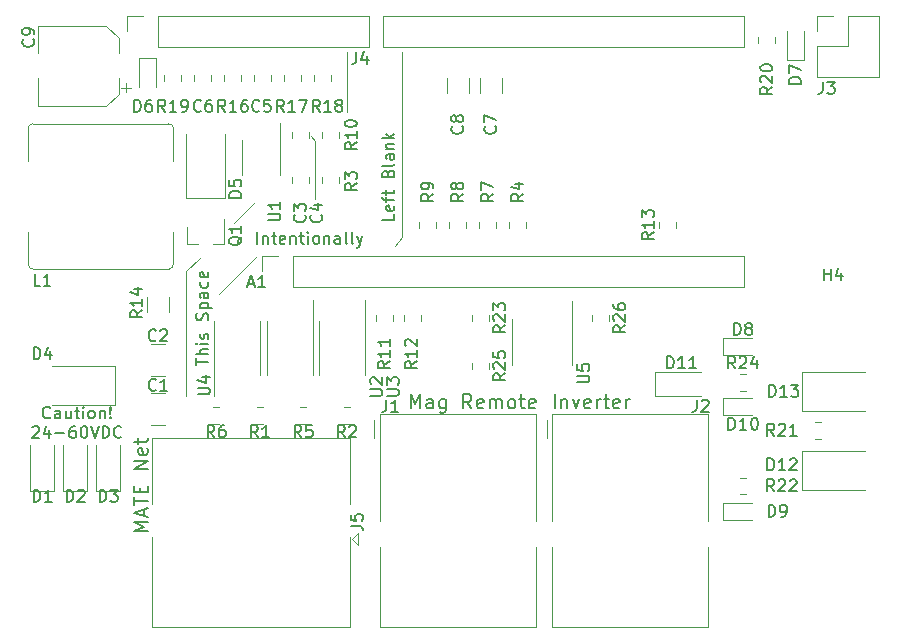
<source format=gbr>
%TF.GenerationSoftware,KiCad,Pcbnew,(5.1.6-0)*%
%TF.CreationDate,2021-08-24T02:08:12-07:00*%
%TF.ProjectId,mate-net-monitor,6d617465-2d6e-4657-942d-6d6f6e69746f,P1*%
%TF.SameCoordinates,PX6b4f310PY74ffa90*%
%TF.FileFunction,Legend,Top*%
%TF.FilePolarity,Positive*%
%FSLAX46Y46*%
G04 Gerber Fmt 4.6, Leading zero omitted, Abs format (unit mm)*
G04 Created by KiCad (PCBNEW (5.1.6-0)) date 2021-08-24 02:08:12*
%MOMM*%
%LPD*%
G01*
G04 APERTURE LIST*
%ADD10C,0.150000*%
%ADD11C,0.120000*%
%ADD12C,0.100000*%
G04 APERTURE END LIST*
D10*
X31948380Y34830143D02*
X31948380Y34353953D01*
X30948380Y34353953D01*
X31900761Y35544429D02*
X31948380Y35449191D01*
X31948380Y35258715D01*
X31900761Y35163477D01*
X31805523Y35115858D01*
X31424571Y35115858D01*
X31329333Y35163477D01*
X31281714Y35258715D01*
X31281714Y35449191D01*
X31329333Y35544429D01*
X31424571Y35592048D01*
X31519809Y35592048D01*
X31615047Y35115858D01*
X31281714Y35877762D02*
X31281714Y36258715D01*
X31948380Y36020620D02*
X31091238Y36020620D01*
X30996000Y36068239D01*
X30948380Y36163477D01*
X30948380Y36258715D01*
X31281714Y36449191D02*
X31281714Y36830143D01*
X30948380Y36592048D02*
X31805523Y36592048D01*
X31900761Y36639667D01*
X31948380Y36734905D01*
X31948380Y36830143D01*
X31424571Y38258715D02*
X31472190Y38401572D01*
X31519809Y38449191D01*
X31615047Y38496810D01*
X31757904Y38496810D01*
X31853142Y38449191D01*
X31900761Y38401572D01*
X31948380Y38306334D01*
X31948380Y37925381D01*
X30948380Y37925381D01*
X30948380Y38258715D01*
X30996000Y38353953D01*
X31043619Y38401572D01*
X31138857Y38449191D01*
X31234095Y38449191D01*
X31329333Y38401572D01*
X31376952Y38353953D01*
X31424571Y38258715D01*
X31424571Y37925381D01*
X31948380Y39068239D02*
X31900761Y38973000D01*
X31805523Y38925381D01*
X30948380Y38925381D01*
X31948380Y39877762D02*
X31424571Y39877762D01*
X31329333Y39830143D01*
X31281714Y39734905D01*
X31281714Y39544429D01*
X31329333Y39449191D01*
X31900761Y39877762D02*
X31948380Y39782524D01*
X31948380Y39544429D01*
X31900761Y39449191D01*
X31805523Y39401572D01*
X31710285Y39401572D01*
X31615047Y39449191D01*
X31567428Y39544429D01*
X31567428Y39782524D01*
X31519809Y39877762D01*
X31281714Y40353953D02*
X31948380Y40353953D01*
X31376952Y40353953D02*
X31329333Y40401572D01*
X31281714Y40496810D01*
X31281714Y40639667D01*
X31329333Y40734905D01*
X31424571Y40782524D01*
X31948380Y40782524D01*
X31948380Y41258715D02*
X30948380Y41258715D01*
X31567428Y41353953D02*
X31948380Y41639667D01*
X31281714Y41639667D02*
X31662666Y41258715D01*
X20360238Y32313620D02*
X20360238Y33313620D01*
X20836428Y32980286D02*
X20836428Y32313620D01*
X20836428Y32885048D02*
X20884047Y32932667D01*
X20979285Y32980286D01*
X21122142Y32980286D01*
X21217380Y32932667D01*
X21265000Y32837429D01*
X21265000Y32313620D01*
X21598333Y32980286D02*
X21979285Y32980286D01*
X21741190Y33313620D02*
X21741190Y32456477D01*
X21788809Y32361239D01*
X21884047Y32313620D01*
X21979285Y32313620D01*
X22693571Y32361239D02*
X22598333Y32313620D01*
X22407857Y32313620D01*
X22312619Y32361239D01*
X22265000Y32456477D01*
X22265000Y32837429D01*
X22312619Y32932667D01*
X22407857Y32980286D01*
X22598333Y32980286D01*
X22693571Y32932667D01*
X22741190Y32837429D01*
X22741190Y32742191D01*
X22265000Y32646953D01*
X23169761Y32980286D02*
X23169761Y32313620D01*
X23169761Y32885048D02*
X23217380Y32932667D01*
X23312619Y32980286D01*
X23455476Y32980286D01*
X23550714Y32932667D01*
X23598333Y32837429D01*
X23598333Y32313620D01*
X23931666Y32980286D02*
X24312619Y32980286D01*
X24074523Y33313620D02*
X24074523Y32456477D01*
X24122142Y32361239D01*
X24217380Y32313620D01*
X24312619Y32313620D01*
X24645952Y32313620D02*
X24645952Y32980286D01*
X24645952Y33313620D02*
X24598333Y33266000D01*
X24645952Y33218381D01*
X24693571Y33266000D01*
X24645952Y33313620D01*
X24645952Y33218381D01*
X25265000Y32313620D02*
X25169761Y32361239D01*
X25122142Y32408858D01*
X25074523Y32504096D01*
X25074523Y32789810D01*
X25122142Y32885048D01*
X25169761Y32932667D01*
X25265000Y32980286D01*
X25407857Y32980286D01*
X25503095Y32932667D01*
X25550714Y32885048D01*
X25598333Y32789810D01*
X25598333Y32504096D01*
X25550714Y32408858D01*
X25503095Y32361239D01*
X25407857Y32313620D01*
X25265000Y32313620D01*
X26026904Y32980286D02*
X26026904Y32313620D01*
X26026904Y32885048D02*
X26074523Y32932667D01*
X26169761Y32980286D01*
X26312619Y32980286D01*
X26407857Y32932667D01*
X26455476Y32837429D01*
X26455476Y32313620D01*
X27360238Y32313620D02*
X27360238Y32837429D01*
X27312619Y32932667D01*
X27217380Y32980286D01*
X27026904Y32980286D01*
X26931666Y32932667D01*
X27360238Y32361239D02*
X27265000Y32313620D01*
X27026904Y32313620D01*
X26931666Y32361239D01*
X26884047Y32456477D01*
X26884047Y32551715D01*
X26931666Y32646953D01*
X27026904Y32694572D01*
X27265000Y32694572D01*
X27360238Y32742191D01*
X27979285Y32313620D02*
X27884047Y32361239D01*
X27836428Y32456477D01*
X27836428Y33313620D01*
X28503095Y32313620D02*
X28407857Y32361239D01*
X28360238Y32456477D01*
X28360238Y33313620D01*
X28788809Y32980286D02*
X29026904Y32313620D01*
X29265000Y32980286D02*
X29026904Y32313620D01*
X28931666Y32075524D01*
X28884047Y32027905D01*
X28788809Y31980286D01*
X15200380Y22035000D02*
X15200380Y22606429D01*
X16200380Y22320715D02*
X15200380Y22320715D01*
X16200380Y22939762D02*
X15200380Y22939762D01*
X16200380Y23368334D02*
X15676571Y23368334D01*
X15581333Y23320715D01*
X15533714Y23225477D01*
X15533714Y23082620D01*
X15581333Y22987381D01*
X15628952Y22939762D01*
X16200380Y23844524D02*
X15533714Y23844524D01*
X15200380Y23844524D02*
X15248000Y23796905D01*
X15295619Y23844524D01*
X15248000Y23892143D01*
X15200380Y23844524D01*
X15295619Y23844524D01*
X16152761Y24273096D02*
X16200380Y24368334D01*
X16200380Y24558810D01*
X16152761Y24654048D01*
X16057523Y24701667D01*
X16009904Y24701667D01*
X15914666Y24654048D01*
X15867047Y24558810D01*
X15867047Y24415953D01*
X15819428Y24320715D01*
X15724190Y24273096D01*
X15676571Y24273096D01*
X15581333Y24320715D01*
X15533714Y24415953D01*
X15533714Y24558810D01*
X15581333Y24654048D01*
X16152761Y25844524D02*
X16200380Y25987381D01*
X16200380Y26225477D01*
X16152761Y26320715D01*
X16105142Y26368334D01*
X16009904Y26415953D01*
X15914666Y26415953D01*
X15819428Y26368334D01*
X15771809Y26320715D01*
X15724190Y26225477D01*
X15676571Y26035000D01*
X15628952Y25939762D01*
X15581333Y25892143D01*
X15486095Y25844524D01*
X15390857Y25844524D01*
X15295619Y25892143D01*
X15248000Y25939762D01*
X15200380Y26035000D01*
X15200380Y26273096D01*
X15248000Y26415953D01*
X15533714Y26844524D02*
X16533714Y26844524D01*
X15581333Y26844524D02*
X15533714Y26939762D01*
X15533714Y27130239D01*
X15581333Y27225477D01*
X15628952Y27273096D01*
X15724190Y27320715D01*
X16009904Y27320715D01*
X16105142Y27273096D01*
X16152761Y27225477D01*
X16200380Y27130239D01*
X16200380Y26939762D01*
X16152761Y26844524D01*
X16200380Y28177858D02*
X15676571Y28177858D01*
X15581333Y28130239D01*
X15533714Y28035000D01*
X15533714Y27844524D01*
X15581333Y27749286D01*
X16152761Y28177858D02*
X16200380Y28082620D01*
X16200380Y27844524D01*
X16152761Y27749286D01*
X16057523Y27701667D01*
X15962285Y27701667D01*
X15867047Y27749286D01*
X15819428Y27844524D01*
X15819428Y28082620D01*
X15771809Y28177858D01*
X16152761Y29082620D02*
X16200380Y28987381D01*
X16200380Y28796905D01*
X16152761Y28701667D01*
X16105142Y28654048D01*
X16009904Y28606429D01*
X15724190Y28606429D01*
X15628952Y28654048D01*
X15581333Y28701667D01*
X15533714Y28796905D01*
X15533714Y28987381D01*
X15581333Y29082620D01*
X16152761Y29892143D02*
X16200380Y29796905D01*
X16200380Y29606429D01*
X16152761Y29511191D01*
X16057523Y29463572D01*
X15676571Y29463572D01*
X15581333Y29511191D01*
X15533714Y29606429D01*
X15533714Y29796905D01*
X15581333Y29892143D01*
X15676571Y29939762D01*
X15771809Y29939762D01*
X15867047Y29463572D01*
D11*
X32639000Y32893000D02*
X32004000Y32131000D01*
X32639000Y48514000D02*
X32639000Y32893000D01*
X17145000Y28067000D02*
X20320000Y31242000D01*
X27940000Y43434000D02*
X27940000Y48514000D01*
X18415000Y34036000D02*
X20193000Y35814000D01*
X14351000Y29972000D02*
X15494000Y31115000D01*
X14351000Y19431000D02*
X14351000Y29972000D01*
X25273000Y41021000D02*
X24892000Y41402000D01*
X25273000Y36068000D02*
X25273000Y41021000D01*
D10*
X45526714Y18380143D02*
X45526714Y19580143D01*
X46098142Y19180143D02*
X46098142Y18380143D01*
X46098142Y19065858D02*
X46155285Y19123000D01*
X46269571Y19180143D01*
X46441000Y19180143D01*
X46555285Y19123000D01*
X46612428Y19008715D01*
X46612428Y18380143D01*
X47069571Y19180143D02*
X47355285Y18380143D01*
X47641000Y19180143D01*
X48555285Y18437286D02*
X48441000Y18380143D01*
X48212428Y18380143D01*
X48098142Y18437286D01*
X48041000Y18551572D01*
X48041000Y19008715D01*
X48098142Y19123000D01*
X48212428Y19180143D01*
X48441000Y19180143D01*
X48555285Y19123000D01*
X48612428Y19008715D01*
X48612428Y18894429D01*
X48041000Y18780143D01*
X49126714Y18380143D02*
X49126714Y19180143D01*
X49126714Y18951572D02*
X49183857Y19065858D01*
X49241000Y19123000D01*
X49355285Y19180143D01*
X49469571Y19180143D01*
X49698142Y19180143D02*
X50155285Y19180143D01*
X49869571Y19580143D02*
X49869571Y18551572D01*
X49926714Y18437286D01*
X50041000Y18380143D01*
X50155285Y18380143D01*
X51012428Y18437286D02*
X50898142Y18380143D01*
X50669571Y18380143D01*
X50555285Y18437286D01*
X50498142Y18551572D01*
X50498142Y19008715D01*
X50555285Y19123000D01*
X50669571Y19180143D01*
X50898142Y19180143D01*
X51012428Y19123000D01*
X51069571Y19008715D01*
X51069571Y18894429D01*
X50498142Y18780143D01*
X51583857Y18380143D02*
X51583857Y19180143D01*
X51583857Y18951572D02*
X51641000Y19065858D01*
X51698142Y19123000D01*
X51812428Y19180143D01*
X51926714Y19180143D01*
X33350857Y18380143D02*
X33350857Y19580143D01*
X33750857Y18723000D01*
X34150857Y19580143D01*
X34150857Y18380143D01*
X35236571Y18380143D02*
X35236571Y19008715D01*
X35179428Y19123000D01*
X35065142Y19180143D01*
X34836571Y19180143D01*
X34722285Y19123000D01*
X35236571Y18437286D02*
X35122285Y18380143D01*
X34836571Y18380143D01*
X34722285Y18437286D01*
X34665142Y18551572D01*
X34665142Y18665858D01*
X34722285Y18780143D01*
X34836571Y18837286D01*
X35122285Y18837286D01*
X35236571Y18894429D01*
X36322285Y19180143D02*
X36322285Y18208715D01*
X36265142Y18094429D01*
X36208000Y18037286D01*
X36093714Y17980143D01*
X35922285Y17980143D01*
X35808000Y18037286D01*
X36322285Y18437286D02*
X36208000Y18380143D01*
X35979428Y18380143D01*
X35865142Y18437286D01*
X35808000Y18494429D01*
X35750857Y18608715D01*
X35750857Y18951572D01*
X35808000Y19065858D01*
X35865142Y19123000D01*
X35979428Y19180143D01*
X36208000Y19180143D01*
X36322285Y19123000D01*
X38493714Y18380143D02*
X38093714Y18951572D01*
X37808000Y18380143D02*
X37808000Y19580143D01*
X38265142Y19580143D01*
X38379428Y19523000D01*
X38436571Y19465858D01*
X38493714Y19351572D01*
X38493714Y19180143D01*
X38436571Y19065858D01*
X38379428Y19008715D01*
X38265142Y18951572D01*
X37808000Y18951572D01*
X39465142Y18437286D02*
X39350857Y18380143D01*
X39122285Y18380143D01*
X39008000Y18437286D01*
X38950857Y18551572D01*
X38950857Y19008715D01*
X39008000Y19123000D01*
X39122285Y19180143D01*
X39350857Y19180143D01*
X39465142Y19123000D01*
X39522285Y19008715D01*
X39522285Y18894429D01*
X38950857Y18780143D01*
X40036571Y18380143D02*
X40036571Y19180143D01*
X40036571Y19065858D02*
X40093714Y19123000D01*
X40208000Y19180143D01*
X40379428Y19180143D01*
X40493714Y19123000D01*
X40550857Y19008715D01*
X40550857Y18380143D01*
X40550857Y19008715D02*
X40608000Y19123000D01*
X40722285Y19180143D01*
X40893714Y19180143D01*
X41008000Y19123000D01*
X41065142Y19008715D01*
X41065142Y18380143D01*
X41808000Y18380143D02*
X41693714Y18437286D01*
X41636571Y18494429D01*
X41579428Y18608715D01*
X41579428Y18951572D01*
X41636571Y19065858D01*
X41693714Y19123000D01*
X41808000Y19180143D01*
X41979428Y19180143D01*
X42093714Y19123000D01*
X42150857Y19065858D01*
X42208000Y18951572D01*
X42208000Y18608715D01*
X42150857Y18494429D01*
X42093714Y18437286D01*
X41979428Y18380143D01*
X41808000Y18380143D01*
X42550857Y19180143D02*
X43008000Y19180143D01*
X42722285Y19580143D02*
X42722285Y18551572D01*
X42779428Y18437286D01*
X42893714Y18380143D01*
X43008000Y18380143D01*
X43865142Y18437286D02*
X43750857Y18380143D01*
X43522285Y18380143D01*
X43408000Y18437286D01*
X43350857Y18551572D01*
X43350857Y19008715D01*
X43408000Y19123000D01*
X43522285Y19180143D01*
X43750857Y19180143D01*
X43865142Y19123000D01*
X43922285Y19008715D01*
X43922285Y18894429D01*
X43350857Y18780143D01*
X11083857Y7953858D02*
X9883857Y7953858D01*
X10741000Y8353858D01*
X9883857Y8753858D01*
X11083857Y8753858D01*
X10741000Y9268143D02*
X10741000Y9839572D01*
X11083857Y9153858D02*
X9883857Y9553858D01*
X11083857Y9953858D01*
X9883857Y10182429D02*
X9883857Y10868143D01*
X11083857Y10525286D02*
X9883857Y10525286D01*
X10455285Y11268143D02*
X10455285Y11668143D01*
X11083857Y11839572D02*
X11083857Y11268143D01*
X9883857Y11268143D01*
X9883857Y11839572D01*
X11083857Y13268143D02*
X9883857Y13268143D01*
X11083857Y13953858D01*
X9883857Y13953858D01*
X11026714Y14982429D02*
X11083857Y14868143D01*
X11083857Y14639572D01*
X11026714Y14525286D01*
X10912428Y14468143D01*
X10455285Y14468143D01*
X10341000Y14525286D01*
X10283857Y14639572D01*
X10283857Y14868143D01*
X10341000Y14982429D01*
X10455285Y15039572D01*
X10569571Y15039572D01*
X10683857Y14468143D01*
X10283857Y15382429D02*
X10283857Y15839572D01*
X9883857Y15553858D02*
X10912428Y15553858D01*
X11026714Y15611000D01*
X11083857Y15725286D01*
X11083857Y15839572D01*
X2818095Y17612858D02*
X2770476Y17565239D01*
X2627619Y17517620D01*
X2532380Y17517620D01*
X2389523Y17565239D01*
X2294285Y17660477D01*
X2246666Y17755715D01*
X2199047Y17946191D01*
X2199047Y18089048D01*
X2246666Y18279524D01*
X2294285Y18374762D01*
X2389523Y18470000D01*
X2532380Y18517620D01*
X2627619Y18517620D01*
X2770476Y18470000D01*
X2818095Y18422381D01*
X3675238Y17517620D02*
X3675238Y18041429D01*
X3627619Y18136667D01*
X3532380Y18184286D01*
X3341904Y18184286D01*
X3246666Y18136667D01*
X3675238Y17565239D02*
X3580000Y17517620D01*
X3341904Y17517620D01*
X3246666Y17565239D01*
X3199047Y17660477D01*
X3199047Y17755715D01*
X3246666Y17850953D01*
X3341904Y17898572D01*
X3580000Y17898572D01*
X3675238Y17946191D01*
X4580000Y18184286D02*
X4580000Y17517620D01*
X4151428Y18184286D02*
X4151428Y17660477D01*
X4199047Y17565239D01*
X4294285Y17517620D01*
X4437142Y17517620D01*
X4532380Y17565239D01*
X4580000Y17612858D01*
X4913333Y18184286D02*
X5294285Y18184286D01*
X5056190Y18517620D02*
X5056190Y17660477D01*
X5103809Y17565239D01*
X5199047Y17517620D01*
X5294285Y17517620D01*
X5627619Y17517620D02*
X5627619Y18184286D01*
X5627619Y18517620D02*
X5580000Y18470000D01*
X5627619Y18422381D01*
X5675238Y18470000D01*
X5627619Y18517620D01*
X5627619Y18422381D01*
X6246666Y17517620D02*
X6151428Y17565239D01*
X6103809Y17612858D01*
X6056190Y17708096D01*
X6056190Y17993810D01*
X6103809Y18089048D01*
X6151428Y18136667D01*
X6246666Y18184286D01*
X6389523Y18184286D01*
X6484761Y18136667D01*
X6532380Y18089048D01*
X6580000Y17993810D01*
X6580000Y17708096D01*
X6532380Y17612858D01*
X6484761Y17565239D01*
X6389523Y17517620D01*
X6246666Y17517620D01*
X7008571Y18184286D02*
X7008571Y17517620D01*
X7008571Y18089048D02*
X7056190Y18136667D01*
X7151428Y18184286D01*
X7294285Y18184286D01*
X7389523Y18136667D01*
X7437142Y18041429D01*
X7437142Y17517620D01*
X7913333Y17612858D02*
X7960952Y17565239D01*
X7913333Y17517620D01*
X7865714Y17565239D01*
X7913333Y17612858D01*
X7913333Y17517620D01*
X7913333Y17898572D02*
X7865714Y18470000D01*
X7913333Y18517620D01*
X7960952Y18470000D01*
X7913333Y17898572D01*
X7913333Y18517620D01*
X1318095Y16772381D02*
X1365714Y16820000D01*
X1460952Y16867620D01*
X1699047Y16867620D01*
X1794285Y16820000D01*
X1841904Y16772381D01*
X1889523Y16677143D01*
X1889523Y16581905D01*
X1841904Y16439048D01*
X1270476Y15867620D01*
X1889523Y15867620D01*
X2746666Y16534286D02*
X2746666Y15867620D01*
X2508571Y16915239D02*
X2270476Y16200953D01*
X2889523Y16200953D01*
X3270476Y16248572D02*
X4032380Y16248572D01*
X4937142Y16867620D02*
X4746666Y16867620D01*
X4651428Y16820000D01*
X4603809Y16772381D01*
X4508571Y16629524D01*
X4460952Y16439048D01*
X4460952Y16058096D01*
X4508571Y15962858D01*
X4556190Y15915239D01*
X4651428Y15867620D01*
X4841904Y15867620D01*
X4937142Y15915239D01*
X4984761Y15962858D01*
X5032380Y16058096D01*
X5032380Y16296191D01*
X4984761Y16391429D01*
X4937142Y16439048D01*
X4841904Y16486667D01*
X4651428Y16486667D01*
X4556190Y16439048D01*
X4508571Y16391429D01*
X4460952Y16296191D01*
X5651428Y16867620D02*
X5746666Y16867620D01*
X5841904Y16820000D01*
X5889523Y16772381D01*
X5937142Y16677143D01*
X5984761Y16486667D01*
X5984761Y16248572D01*
X5937142Y16058096D01*
X5889523Y15962858D01*
X5841904Y15915239D01*
X5746666Y15867620D01*
X5651428Y15867620D01*
X5556190Y15915239D01*
X5508571Y15962858D01*
X5460952Y16058096D01*
X5413333Y16248572D01*
X5413333Y16486667D01*
X5460952Y16677143D01*
X5508571Y16772381D01*
X5556190Y16820000D01*
X5651428Y16867620D01*
X6270476Y16867620D02*
X6603809Y15867620D01*
X6937142Y16867620D01*
X7270476Y15867620D02*
X7270476Y16867620D01*
X7508571Y16867620D01*
X7651428Y16820000D01*
X7746666Y16724762D01*
X7794285Y16629524D01*
X7841904Y16439048D01*
X7841904Y16296191D01*
X7794285Y16105715D01*
X7746666Y16010477D01*
X7651428Y15915239D01*
X7508571Y15867620D01*
X7270476Y15867620D01*
X8841904Y15962858D02*
X8794285Y15915239D01*
X8651428Y15867620D01*
X8556190Y15867620D01*
X8413333Y15915239D01*
X8318095Y16010477D01*
X8270476Y16105715D01*
X8222857Y16296191D01*
X8222857Y16439048D01*
X8270476Y16629524D01*
X8318095Y16724762D01*
X8413333Y16820000D01*
X8556190Y16867620D01*
X8651428Y16867620D01*
X8794285Y16820000D01*
X8841904Y16772381D01*
D11*
%TO.C,J4*%
X9338000Y50292000D02*
X9338000Y51622000D01*
X9338000Y51622000D02*
X10668000Y51622000D01*
X11938000Y51622000D02*
X29778000Y51622000D01*
X29778000Y48962000D02*
X29778000Y51622000D01*
X11938000Y48962000D02*
X29778000Y48962000D01*
X11938000Y48962000D02*
X11938000Y51622000D01*
%TO.C,A1*%
X30988000Y51562000D02*
X30988000Y49022000D01*
X30988000Y48962000D02*
X61528000Y48962000D01*
X61528000Y48962000D02*
X61528000Y51622000D01*
X30988000Y51622000D02*
X61528000Y51622000D01*
X23368000Y28642000D02*
X23368000Y31302000D01*
X23368000Y28642000D02*
X61528000Y28642000D01*
X61528000Y28642000D02*
X61528000Y31302000D01*
X23368000Y31302000D02*
X61528000Y31302000D01*
X20768000Y31302000D02*
X22098000Y31302000D01*
X20768000Y29972000D02*
X20768000Y31302000D01*
%TO.C,C1*%
X11335936Y16928000D02*
X12540064Y16928000D01*
X11335936Y19648000D02*
X12540064Y19648000D01*
%TO.C,C2*%
X11335936Y23839000D02*
X12540064Y23839000D01*
X11335936Y21119000D02*
X12540064Y21119000D01*
%TO.C,C3*%
X24713000Y37977578D02*
X24713000Y37460422D01*
X23293000Y37977578D02*
X23293000Y37460422D01*
%TO.C,C4*%
X24713000Y41270422D02*
X24713000Y41787578D01*
X23293000Y41270422D02*
X23293000Y41787578D01*
%TO.C,C5*%
X20118000Y46613578D02*
X20118000Y46096422D01*
X21538000Y46613578D02*
X21538000Y46096422D01*
%TO.C,C6*%
X15038000Y46096422D02*
X15038000Y46613578D01*
X16458000Y46096422D02*
X16458000Y46613578D01*
%TO.C,C7*%
X41042000Y46322064D02*
X41042000Y45117936D01*
X39222000Y46322064D02*
X39222000Y45117936D01*
%TO.C,C8*%
X36428000Y46322064D02*
X36428000Y45117936D01*
X38248000Y46322064D02*
X38248000Y45117936D01*
%TO.C,D1*%
X1159000Y11389000D02*
X1159000Y15239000D01*
X3159000Y11389000D02*
X3159000Y15239000D01*
X1159000Y11389000D02*
X3159000Y11389000D01*
%TO.C,D2*%
X3953000Y11389000D02*
X5953000Y11389000D01*
X5953000Y11389000D02*
X5953000Y15239000D01*
X3953000Y11389000D02*
X3953000Y15239000D01*
%TO.C,D3*%
X6747000Y11389000D02*
X6747000Y15239000D01*
X8747000Y11389000D02*
X8747000Y15239000D01*
X6747000Y11389000D02*
X8747000Y11389000D01*
%TO.C,D4*%
X8353000Y18670000D02*
X2953000Y18670000D01*
X8353000Y21970000D02*
X2953000Y21970000D01*
X8353000Y18670000D02*
X8353000Y21970000D01*
%TO.C,D5*%
X14352000Y36224000D02*
X14352000Y41624000D01*
X17652000Y36224000D02*
X17652000Y41624000D01*
X14352000Y36224000D02*
X17652000Y36224000D01*
%TO.C,D6*%
X10314000Y48015000D02*
X10314000Y45555000D01*
X11784000Y48015000D02*
X10314000Y48015000D01*
X11784000Y45555000D02*
X11784000Y48015000D01*
%TO.C,D7*%
X65178000Y50330000D02*
X65178000Y47870000D01*
X65178000Y47870000D02*
X66648000Y47870000D01*
X66648000Y47870000D02*
X66648000Y50330000D01*
%TO.C,D8*%
X59808000Y22887000D02*
X62268000Y22887000D01*
X59808000Y24357000D02*
X59808000Y22887000D01*
X62268000Y24357000D02*
X59808000Y24357000D01*
%TO.C,D9*%
X59808000Y8917000D02*
X62268000Y8917000D01*
X59808000Y10387000D02*
X59808000Y8917000D01*
X62268000Y10387000D02*
X59808000Y10387000D01*
%TO.C,D10*%
X62268000Y19277000D02*
X59808000Y19277000D01*
X59808000Y19277000D02*
X59808000Y17807000D01*
X59808000Y17807000D02*
X62268000Y17807000D01*
%TO.C,D11*%
X54061000Y21447000D02*
X54061000Y19447000D01*
X54061000Y19447000D02*
X57911000Y19447000D01*
X54061000Y21447000D02*
X57911000Y21447000D01*
%TO.C,D12*%
X66450000Y14731000D02*
X66450000Y11431000D01*
X66450000Y11431000D02*
X71850000Y11431000D01*
X66450000Y14731000D02*
X71850000Y14731000D01*
%TO.C,D13*%
X66450000Y21462000D02*
X66450000Y18162000D01*
X66450000Y18162000D02*
X71850000Y18162000D01*
X66450000Y21462000D02*
X71850000Y21462000D01*
%TO.C,J5*%
X28173000Y-109000D02*
X11443000Y-109000D01*
X28173000Y-109000D02*
X28173000Y7501000D01*
X11443000Y-109000D02*
X11443000Y7501000D01*
X28173000Y15861000D02*
X11443000Y15861000D01*
X28173000Y15861000D02*
X28173000Y10301000D01*
X11443000Y15861000D02*
X11443000Y10301000D01*
X28368000Y7301000D02*
X28868000Y7801000D01*
X28868000Y7801000D02*
X28868000Y6801000D01*
X28868000Y6801000D02*
X28368000Y7301000D01*
%TO.C,J3*%
X67758000Y50292000D02*
X67758000Y51622000D01*
X67758000Y51622000D02*
X69088000Y51622000D01*
X67758000Y49022000D02*
X70358000Y49022000D01*
X70358000Y49022000D02*
X70358000Y51622000D01*
X70358000Y51622000D02*
X72958000Y51622000D01*
X72958000Y46422000D02*
X72958000Y51622000D01*
X67758000Y46422000D02*
X72958000Y46422000D01*
X67758000Y46422000D02*
X67758000Y49022000D01*
%TO.C,J1*%
X30733000Y17867000D02*
X43933000Y17867000D01*
X43933000Y17867000D02*
X43933000Y8847000D01*
D12*
X43933000Y-13000D02*
X43933000Y-133000D01*
D11*
X43933000Y-133000D02*
X43933000Y6647000D01*
D12*
X43933000Y-123000D02*
X43933000Y-133000D01*
D11*
X43933000Y-133000D02*
X30733000Y-133000D01*
X30733000Y-133000D02*
X30733000Y6647000D01*
D12*
X30733000Y8917000D02*
X30733000Y8847000D01*
D11*
X30733000Y8847000D02*
X30733000Y17867000D01*
X30263000Y15867000D02*
X30263000Y17397000D01*
%TO.C,J2*%
X44868000Y15867000D02*
X44868000Y17397000D01*
X45338000Y8847000D02*
X45338000Y17867000D01*
D12*
X45338000Y8917000D02*
X45338000Y8847000D01*
D11*
X45338000Y-133000D02*
X45338000Y6647000D01*
X58538000Y-133000D02*
X45338000Y-133000D01*
D12*
X58538000Y-123000D02*
X58538000Y-133000D01*
D11*
X58538000Y-133000D02*
X58538000Y6647000D01*
D12*
X58538000Y-13000D02*
X58538000Y-133000D01*
D11*
X58538000Y17867000D02*
X58538000Y8847000D01*
X45338000Y17867000D02*
X58538000Y17867000D01*
%TO.C,L1*%
X962000Y39322000D02*
X962000Y42072000D01*
X13262000Y39322000D02*
X13262000Y42072000D01*
X962000Y30572000D02*
X962000Y33322000D01*
X1362000Y42472000D02*
X12862000Y42472000D01*
X13262000Y30572000D02*
X13262000Y33322000D01*
X12862000Y30172000D02*
X1362000Y30172000D01*
X13262000Y30572000D02*
G75*
G02*
X12862000Y30172000I-400000J0D01*
G01*
X12862000Y42472000D02*
G75*
G02*
X13262000Y42072000I0J-400000D01*
G01*
X962000Y42072000D02*
G75*
G02*
X1362000Y42472000I400000J0D01*
G01*
X1362000Y30172000D02*
G75*
G02*
X962000Y30572000I0J400000D01*
G01*
%TO.C,Q1*%
X14422000Y32260000D02*
X14422000Y33720000D01*
X17582000Y32260000D02*
X17582000Y34420000D01*
X17582000Y32260000D02*
X16652000Y32260000D01*
X14422000Y32260000D02*
X15352000Y32260000D01*
%TO.C,R1*%
X20832578Y18490000D02*
X20315422Y18490000D01*
X20832578Y17070000D02*
X20315422Y17070000D01*
%TO.C,R2*%
X28198578Y17070000D02*
X27681422Y17070000D01*
X28198578Y18490000D02*
X27681422Y18490000D01*
%TO.C,R3*%
X27253000Y37977578D02*
X27253000Y37460422D01*
X25833000Y37977578D02*
X25833000Y37460422D01*
%TO.C,R4*%
X41708000Y34167578D02*
X41708000Y33650422D01*
X43128000Y34167578D02*
X43128000Y33650422D01*
%TO.C,R5*%
X24515578Y18490000D02*
X23998422Y18490000D01*
X24515578Y17070000D02*
X23998422Y17070000D01*
%TO.C,R6*%
X17149578Y17070000D02*
X16632422Y17070000D01*
X17149578Y18490000D02*
X16632422Y18490000D01*
%TO.C,R7*%
X40588000Y34167578D02*
X40588000Y33650422D01*
X39168000Y34167578D02*
X39168000Y33650422D01*
%TO.C,R8*%
X38048000Y34167578D02*
X38048000Y33650422D01*
X36628000Y34167578D02*
X36628000Y33650422D01*
%TO.C,R9*%
X34088000Y34167578D02*
X34088000Y33650422D01*
X35508000Y34167578D02*
X35508000Y33650422D01*
%TO.C,R10*%
X25833000Y41270422D02*
X25833000Y41787578D01*
X27253000Y41270422D02*
X27253000Y41787578D01*
%TO.C,R11*%
X31825000Y25776422D02*
X31825000Y26293578D01*
X30405000Y25776422D02*
X30405000Y26293578D01*
%TO.C,R12*%
X32818000Y25776422D02*
X32818000Y26293578D01*
X34238000Y25776422D02*
X34238000Y26293578D01*
%TO.C,R13*%
X55828000Y33650422D02*
X55828000Y34167578D01*
X54408000Y33650422D02*
X54408000Y34167578D01*
%TO.C,R14*%
X12848000Y26575936D02*
X12848000Y27780064D01*
X11028000Y26575936D02*
X11028000Y27780064D01*
%TO.C,R16*%
X18998000Y46096422D02*
X18998000Y46613578D01*
X17578000Y46096422D02*
X17578000Y46613578D01*
%TO.C,R17*%
X24078000Y46613578D02*
X24078000Y46096422D01*
X22658000Y46613578D02*
X22658000Y46096422D01*
%TO.C,R18*%
X26618000Y46096422D02*
X26618000Y46613578D01*
X25198000Y46096422D02*
X25198000Y46613578D01*
%TO.C,R19*%
X13918000Y46613578D02*
X13918000Y46096422D01*
X12498000Y46613578D02*
X12498000Y46096422D01*
%TO.C,R20*%
X64210000Y49271422D02*
X64210000Y49788578D01*
X62790000Y49271422D02*
X62790000Y49788578D01*
%TO.C,R21*%
X67559422Y17220000D02*
X68076578Y17220000D01*
X67559422Y15800000D02*
X68076578Y15800000D01*
%TO.C,R22*%
X61209422Y11101000D02*
X61726578Y11101000D01*
X61209422Y12521000D02*
X61726578Y12521000D01*
%TO.C,R23*%
X38533000Y26293578D02*
X38533000Y25776422D01*
X39953000Y26293578D02*
X39953000Y25776422D01*
%TO.C,R24*%
X61209422Y21284000D02*
X61726578Y21284000D01*
X61209422Y19864000D02*
X61726578Y19864000D01*
%TO.C,R25*%
X38533000Y22229578D02*
X38533000Y21712422D01*
X39953000Y22229578D02*
X39953000Y21712422D01*
%TO.C,R26*%
X50113000Y26293578D02*
X50113000Y25776422D01*
X48693000Y26293578D02*
X48693000Y25776422D01*
%TO.C,U1*%
X22311000Y39624000D02*
X22311000Y42499000D01*
X22311000Y39624000D02*
X22311000Y38124000D01*
X19091000Y39624000D02*
X19091000Y41124000D01*
X19091000Y39624000D02*
X19091000Y38124000D01*
%TO.C,U2*%
X25074000Y23495000D02*
X25074000Y27545000D01*
X25074000Y23495000D02*
X25074000Y21220000D01*
X21154000Y23495000D02*
X21154000Y25770000D01*
X21154000Y23495000D02*
X21154000Y21220000D01*
%TO.C,U3*%
X29519000Y23495000D02*
X29519000Y27545000D01*
X29519000Y23495000D02*
X29519000Y21220000D01*
X25599000Y23495000D02*
X25599000Y25770000D01*
X25599000Y23495000D02*
X25599000Y21220000D01*
%TO.C,U4*%
X20629000Y23495000D02*
X20629000Y25770000D01*
X20629000Y23495000D02*
X20629000Y21220000D01*
X16709000Y23495000D02*
X16709000Y25770000D01*
X16709000Y23495000D02*
X16709000Y19445000D01*
%TO.C,U5*%
X47010000Y24003000D02*
X47010000Y27453000D01*
X47010000Y24003000D02*
X47010000Y22053000D01*
X41890000Y24003000D02*
X41890000Y25953000D01*
X41890000Y24003000D02*
X41890000Y22053000D01*
%TO.C,C9*%
X9250750Y45129750D02*
X9250750Y45917250D01*
X9644500Y45523500D02*
X8857000Y45523500D01*
X8617000Y49716563D02*
X7552563Y50781000D01*
X8617000Y45025437D02*
X7552563Y43961000D01*
X8617000Y45025437D02*
X8617000Y46311000D01*
X8617000Y49716563D02*
X8617000Y48431000D01*
X7552563Y50781000D02*
X1797000Y50781000D01*
X7552563Y43961000D02*
X1797000Y43961000D01*
X1797000Y43961000D02*
X1797000Y46311000D01*
X1797000Y50781000D02*
X1797000Y48431000D01*
%TO.C,H4*%
D10*
X68326095Y29209620D02*
X68326095Y30209620D01*
X68326095Y29733429D02*
X68897523Y29733429D01*
X68897523Y29209620D02*
X68897523Y30209620D01*
X69802285Y29876286D02*
X69802285Y29209620D01*
X69564190Y30257239D02*
X69326095Y29542953D01*
X69945142Y29542953D01*
%TO.C,J4*%
X28749666Y48553620D02*
X28749666Y47839334D01*
X28702047Y47696477D01*
X28606809Y47601239D01*
X28463952Y47553620D01*
X28368714Y47553620D01*
X29654428Y48220286D02*
X29654428Y47553620D01*
X29416333Y48601239D02*
X29178238Y47886953D01*
X29797285Y47886953D01*
%TO.C,A1*%
X19605714Y28916334D02*
X20081904Y28916334D01*
X19510476Y28630620D02*
X19843809Y29630620D01*
X20177142Y28630620D01*
X21034285Y28630620D02*
X20462857Y28630620D01*
X20748571Y28630620D02*
X20748571Y29630620D01*
X20653333Y29487762D01*
X20558095Y29392524D01*
X20462857Y29344905D01*
%TO.C,C1*%
X11771333Y19962858D02*
X11723714Y19915239D01*
X11580857Y19867620D01*
X11485619Y19867620D01*
X11342761Y19915239D01*
X11247523Y20010477D01*
X11199904Y20105715D01*
X11152285Y20296191D01*
X11152285Y20439048D01*
X11199904Y20629524D01*
X11247523Y20724762D01*
X11342761Y20820000D01*
X11485619Y20867620D01*
X11580857Y20867620D01*
X11723714Y20820000D01*
X11771333Y20772381D01*
X12723714Y19867620D02*
X12152285Y19867620D01*
X12438000Y19867620D02*
X12438000Y20867620D01*
X12342761Y20724762D01*
X12247523Y20629524D01*
X12152285Y20581905D01*
%TO.C,C2*%
X11771333Y24153858D02*
X11723714Y24106239D01*
X11580857Y24058620D01*
X11485619Y24058620D01*
X11342761Y24106239D01*
X11247523Y24201477D01*
X11199904Y24296715D01*
X11152285Y24487191D01*
X11152285Y24630048D01*
X11199904Y24820524D01*
X11247523Y24915762D01*
X11342761Y25011000D01*
X11485619Y25058620D01*
X11580857Y25058620D01*
X11723714Y25011000D01*
X11771333Y24963381D01*
X12152285Y24963381D02*
X12199904Y25011000D01*
X12295142Y25058620D01*
X12533238Y25058620D01*
X12628476Y25011000D01*
X12676095Y24963381D01*
X12723714Y24868143D01*
X12723714Y24772905D01*
X12676095Y24630048D01*
X12104666Y24058620D01*
X12723714Y24058620D01*
%TO.C,C3*%
X24360142Y34758334D02*
X24407761Y34710715D01*
X24455380Y34567858D01*
X24455380Y34472620D01*
X24407761Y34329762D01*
X24312523Y34234524D01*
X24217285Y34186905D01*
X24026809Y34139286D01*
X23883952Y34139286D01*
X23693476Y34186905D01*
X23598238Y34234524D01*
X23503000Y34329762D01*
X23455380Y34472620D01*
X23455380Y34567858D01*
X23503000Y34710715D01*
X23550619Y34758334D01*
X23455380Y35091667D02*
X23455380Y35710715D01*
X23836333Y35377381D01*
X23836333Y35520239D01*
X23883952Y35615477D01*
X23931571Y35663096D01*
X24026809Y35710715D01*
X24264904Y35710715D01*
X24360142Y35663096D01*
X24407761Y35615477D01*
X24455380Y35520239D01*
X24455380Y35234524D01*
X24407761Y35139286D01*
X24360142Y35091667D01*
%TO.C,C4*%
X25757142Y34758334D02*
X25804761Y34710715D01*
X25852380Y34567858D01*
X25852380Y34472620D01*
X25804761Y34329762D01*
X25709523Y34234524D01*
X25614285Y34186905D01*
X25423809Y34139286D01*
X25280952Y34139286D01*
X25090476Y34186905D01*
X24995238Y34234524D01*
X24900000Y34329762D01*
X24852380Y34472620D01*
X24852380Y34567858D01*
X24900000Y34710715D01*
X24947619Y34758334D01*
X25185714Y35615477D02*
X25852380Y35615477D01*
X24804761Y35377381D02*
X25519047Y35139286D01*
X25519047Y35758334D01*
%TO.C,C5*%
X20534333Y43584858D02*
X20486714Y43537239D01*
X20343857Y43489620D01*
X20248619Y43489620D01*
X20105761Y43537239D01*
X20010523Y43632477D01*
X19962904Y43727715D01*
X19915285Y43918191D01*
X19915285Y44061048D01*
X19962904Y44251524D01*
X20010523Y44346762D01*
X20105761Y44442000D01*
X20248619Y44489620D01*
X20343857Y44489620D01*
X20486714Y44442000D01*
X20534333Y44394381D01*
X21439095Y44489620D02*
X20962904Y44489620D01*
X20915285Y44013429D01*
X20962904Y44061048D01*
X21058142Y44108667D01*
X21296238Y44108667D01*
X21391476Y44061048D01*
X21439095Y44013429D01*
X21486714Y43918191D01*
X21486714Y43680096D01*
X21439095Y43584858D01*
X21391476Y43537239D01*
X21296238Y43489620D01*
X21058142Y43489620D01*
X20962904Y43537239D01*
X20915285Y43584858D01*
%TO.C,C6*%
X15581333Y43584858D02*
X15533714Y43537239D01*
X15390857Y43489620D01*
X15295619Y43489620D01*
X15152761Y43537239D01*
X15057523Y43632477D01*
X15009904Y43727715D01*
X14962285Y43918191D01*
X14962285Y44061048D01*
X15009904Y44251524D01*
X15057523Y44346762D01*
X15152761Y44442000D01*
X15295619Y44489620D01*
X15390857Y44489620D01*
X15533714Y44442000D01*
X15581333Y44394381D01*
X16438476Y44489620D02*
X16248000Y44489620D01*
X16152761Y44442000D01*
X16105142Y44394381D01*
X16009904Y44251524D01*
X15962285Y44061048D01*
X15962285Y43680096D01*
X16009904Y43584858D01*
X16057523Y43537239D01*
X16152761Y43489620D01*
X16343238Y43489620D01*
X16438476Y43537239D01*
X16486095Y43584858D01*
X16533714Y43680096D01*
X16533714Y43918191D01*
X16486095Y44013429D01*
X16438476Y44061048D01*
X16343238Y44108667D01*
X16152761Y44108667D01*
X16057523Y44061048D01*
X16009904Y44013429D01*
X15962285Y43918191D01*
%TO.C,C7*%
X40489142Y42251334D02*
X40536761Y42203715D01*
X40584380Y42060858D01*
X40584380Y41965620D01*
X40536761Y41822762D01*
X40441523Y41727524D01*
X40346285Y41679905D01*
X40155809Y41632286D01*
X40012952Y41632286D01*
X39822476Y41679905D01*
X39727238Y41727524D01*
X39632000Y41822762D01*
X39584380Y41965620D01*
X39584380Y42060858D01*
X39632000Y42203715D01*
X39679619Y42251334D01*
X39584380Y42584667D02*
X39584380Y43251334D01*
X40584380Y42822762D01*
%TO.C,C8*%
X37695142Y42251334D02*
X37742761Y42203715D01*
X37790380Y42060858D01*
X37790380Y41965620D01*
X37742761Y41822762D01*
X37647523Y41727524D01*
X37552285Y41679905D01*
X37361809Y41632286D01*
X37218952Y41632286D01*
X37028476Y41679905D01*
X36933238Y41727524D01*
X36838000Y41822762D01*
X36790380Y41965620D01*
X36790380Y42060858D01*
X36838000Y42203715D01*
X36885619Y42251334D01*
X37218952Y42822762D02*
X37171333Y42727524D01*
X37123714Y42679905D01*
X37028476Y42632286D01*
X36980857Y42632286D01*
X36885619Y42679905D01*
X36838000Y42727524D01*
X36790380Y42822762D01*
X36790380Y43013239D01*
X36838000Y43108477D01*
X36885619Y43156096D01*
X36980857Y43203715D01*
X37028476Y43203715D01*
X37123714Y43156096D01*
X37171333Y43108477D01*
X37218952Y43013239D01*
X37218952Y42822762D01*
X37266571Y42727524D01*
X37314190Y42679905D01*
X37409428Y42632286D01*
X37599904Y42632286D01*
X37695142Y42679905D01*
X37742761Y42727524D01*
X37790380Y42822762D01*
X37790380Y43013239D01*
X37742761Y43108477D01*
X37695142Y43156096D01*
X37599904Y43203715D01*
X37409428Y43203715D01*
X37314190Y43156096D01*
X37266571Y43108477D01*
X37218952Y43013239D01*
%TO.C,D1*%
X1420904Y10469620D02*
X1420904Y11469620D01*
X1659000Y11469620D01*
X1801857Y11422000D01*
X1897095Y11326762D01*
X1944714Y11231524D01*
X1992333Y11041048D01*
X1992333Y10898191D01*
X1944714Y10707715D01*
X1897095Y10612477D01*
X1801857Y10517239D01*
X1659000Y10469620D01*
X1420904Y10469620D01*
X2944714Y10469620D02*
X2373285Y10469620D01*
X2659000Y10469620D02*
X2659000Y11469620D01*
X2563761Y11326762D01*
X2468523Y11231524D01*
X2373285Y11183905D01*
%TO.C,D2*%
X4214904Y10469620D02*
X4214904Y11469620D01*
X4453000Y11469620D01*
X4595857Y11422000D01*
X4691095Y11326762D01*
X4738714Y11231524D01*
X4786333Y11041048D01*
X4786333Y10898191D01*
X4738714Y10707715D01*
X4691095Y10612477D01*
X4595857Y10517239D01*
X4453000Y10469620D01*
X4214904Y10469620D01*
X5167285Y11374381D02*
X5214904Y11422000D01*
X5310142Y11469620D01*
X5548238Y11469620D01*
X5643476Y11422000D01*
X5691095Y11374381D01*
X5738714Y11279143D01*
X5738714Y11183905D01*
X5691095Y11041048D01*
X5119666Y10469620D01*
X5738714Y10469620D01*
%TO.C,D3*%
X7008904Y10469620D02*
X7008904Y11469620D01*
X7247000Y11469620D01*
X7389857Y11422000D01*
X7485095Y11326762D01*
X7532714Y11231524D01*
X7580333Y11041048D01*
X7580333Y10898191D01*
X7532714Y10707715D01*
X7485095Y10612477D01*
X7389857Y10517239D01*
X7247000Y10469620D01*
X7008904Y10469620D01*
X7913666Y11469620D02*
X8532714Y11469620D01*
X8199380Y11088667D01*
X8342238Y11088667D01*
X8437476Y11041048D01*
X8485095Y10993429D01*
X8532714Y10898191D01*
X8532714Y10660096D01*
X8485095Y10564858D01*
X8437476Y10517239D01*
X8342238Y10469620D01*
X8056523Y10469620D01*
X7961285Y10517239D01*
X7913666Y10564858D01*
%TO.C,D4*%
X1420904Y22534620D02*
X1420904Y23534620D01*
X1659000Y23534620D01*
X1801857Y23487000D01*
X1897095Y23391762D01*
X1944714Y23296524D01*
X1992333Y23106048D01*
X1992333Y22963191D01*
X1944714Y22772715D01*
X1897095Y22677477D01*
X1801857Y22582239D01*
X1659000Y22534620D01*
X1420904Y22534620D01*
X2849476Y23201286D02*
X2849476Y22534620D01*
X2611380Y23582239D02*
X2373285Y22867953D01*
X2992333Y22867953D01*
%TO.C,D5*%
X18994380Y36218905D02*
X17994380Y36218905D01*
X17994380Y36457000D01*
X18042000Y36599858D01*
X18137238Y36695096D01*
X18232476Y36742715D01*
X18422952Y36790334D01*
X18565809Y36790334D01*
X18756285Y36742715D01*
X18851523Y36695096D01*
X18946761Y36599858D01*
X18994380Y36457000D01*
X18994380Y36218905D01*
X17994380Y37695096D02*
X17994380Y37218905D01*
X18470571Y37171286D01*
X18422952Y37218905D01*
X18375333Y37314143D01*
X18375333Y37552239D01*
X18422952Y37647477D01*
X18470571Y37695096D01*
X18565809Y37742715D01*
X18803904Y37742715D01*
X18899142Y37695096D01*
X18946761Y37647477D01*
X18994380Y37552239D01*
X18994380Y37314143D01*
X18946761Y37218905D01*
X18899142Y37171286D01*
%TO.C,D6*%
X9929904Y43489620D02*
X9929904Y44489620D01*
X10168000Y44489620D01*
X10310857Y44442000D01*
X10406095Y44346762D01*
X10453714Y44251524D01*
X10501333Y44061048D01*
X10501333Y43918191D01*
X10453714Y43727715D01*
X10406095Y43632477D01*
X10310857Y43537239D01*
X10168000Y43489620D01*
X9929904Y43489620D01*
X11358476Y44489620D02*
X11168000Y44489620D01*
X11072761Y44442000D01*
X11025142Y44394381D01*
X10929904Y44251524D01*
X10882285Y44061048D01*
X10882285Y43680096D01*
X10929904Y43584858D01*
X10977523Y43537239D01*
X11072761Y43489620D01*
X11263238Y43489620D01*
X11358476Y43537239D01*
X11406095Y43584858D01*
X11453714Y43680096D01*
X11453714Y43918191D01*
X11406095Y44013429D01*
X11358476Y44061048D01*
X11263238Y44108667D01*
X11072761Y44108667D01*
X10977523Y44061048D01*
X10929904Y44013429D01*
X10882285Y43918191D01*
%TO.C,D7*%
X66365380Y45870905D02*
X65365380Y45870905D01*
X65365380Y46109000D01*
X65413000Y46251858D01*
X65508238Y46347096D01*
X65603476Y46394715D01*
X65793952Y46442334D01*
X65936809Y46442334D01*
X66127285Y46394715D01*
X66222523Y46347096D01*
X66317761Y46251858D01*
X66365380Y46109000D01*
X66365380Y45870905D01*
X65365380Y46775667D02*
X65365380Y47442334D01*
X66365380Y47013762D01*
%TO.C,D8*%
X60729904Y24599620D02*
X60729904Y25599620D01*
X60968000Y25599620D01*
X61110857Y25552000D01*
X61206095Y25456762D01*
X61253714Y25361524D01*
X61301333Y25171048D01*
X61301333Y25028191D01*
X61253714Y24837715D01*
X61206095Y24742477D01*
X61110857Y24647239D01*
X60968000Y24599620D01*
X60729904Y24599620D01*
X61872761Y25171048D02*
X61777523Y25218667D01*
X61729904Y25266286D01*
X61682285Y25361524D01*
X61682285Y25409143D01*
X61729904Y25504381D01*
X61777523Y25552000D01*
X61872761Y25599620D01*
X62063238Y25599620D01*
X62158476Y25552000D01*
X62206095Y25504381D01*
X62253714Y25409143D01*
X62253714Y25361524D01*
X62206095Y25266286D01*
X62158476Y25218667D01*
X62063238Y25171048D01*
X61872761Y25171048D01*
X61777523Y25123429D01*
X61729904Y25075810D01*
X61682285Y24980572D01*
X61682285Y24790096D01*
X61729904Y24694858D01*
X61777523Y24647239D01*
X61872761Y24599620D01*
X62063238Y24599620D01*
X62158476Y24647239D01*
X62206095Y24694858D01*
X62253714Y24790096D01*
X62253714Y24980572D01*
X62206095Y25075810D01*
X62158476Y25123429D01*
X62063238Y25171048D01*
%TO.C,D9*%
X63650904Y9199620D02*
X63650904Y10199620D01*
X63889000Y10199620D01*
X64031857Y10152000D01*
X64127095Y10056762D01*
X64174714Y9961524D01*
X64222333Y9771048D01*
X64222333Y9628191D01*
X64174714Y9437715D01*
X64127095Y9342477D01*
X64031857Y9247239D01*
X63889000Y9199620D01*
X63650904Y9199620D01*
X64698523Y9199620D02*
X64889000Y9199620D01*
X64984238Y9247239D01*
X65031857Y9294858D01*
X65127095Y9437715D01*
X65174714Y9628191D01*
X65174714Y10009143D01*
X65127095Y10104381D01*
X65079476Y10152000D01*
X64984238Y10199620D01*
X64793761Y10199620D01*
X64698523Y10152000D01*
X64650904Y10104381D01*
X64603285Y10009143D01*
X64603285Y9771048D01*
X64650904Y9675810D01*
X64698523Y9628191D01*
X64793761Y9580572D01*
X64984238Y9580572D01*
X65079476Y9628191D01*
X65127095Y9675810D01*
X65174714Y9771048D01*
%TO.C,D10*%
X60253714Y16565620D02*
X60253714Y17565620D01*
X60491809Y17565620D01*
X60634666Y17518000D01*
X60729904Y17422762D01*
X60777523Y17327524D01*
X60825142Y17137048D01*
X60825142Y16994191D01*
X60777523Y16803715D01*
X60729904Y16708477D01*
X60634666Y16613239D01*
X60491809Y16565620D01*
X60253714Y16565620D01*
X61777523Y16565620D02*
X61206095Y16565620D01*
X61491809Y16565620D02*
X61491809Y17565620D01*
X61396571Y17422762D01*
X61301333Y17327524D01*
X61206095Y17279905D01*
X62396571Y17565620D02*
X62491809Y17565620D01*
X62587047Y17518000D01*
X62634666Y17470381D01*
X62682285Y17375143D01*
X62729904Y17184667D01*
X62729904Y16946572D01*
X62682285Y16756096D01*
X62634666Y16660858D01*
X62587047Y16613239D01*
X62491809Y16565620D01*
X62396571Y16565620D01*
X62301333Y16613239D01*
X62253714Y16660858D01*
X62206095Y16756096D01*
X62158476Y16946572D01*
X62158476Y17184667D01*
X62206095Y17375143D01*
X62253714Y17470381D01*
X62301333Y17518000D01*
X62396571Y17565620D01*
%TO.C,D11*%
X55046714Y21772620D02*
X55046714Y22772620D01*
X55284809Y22772620D01*
X55427666Y22725000D01*
X55522904Y22629762D01*
X55570523Y22534524D01*
X55618142Y22344048D01*
X55618142Y22201191D01*
X55570523Y22010715D01*
X55522904Y21915477D01*
X55427666Y21820239D01*
X55284809Y21772620D01*
X55046714Y21772620D01*
X56570523Y21772620D02*
X55999095Y21772620D01*
X56284809Y21772620D02*
X56284809Y22772620D01*
X56189571Y22629762D01*
X56094333Y22534524D01*
X55999095Y22486905D01*
X57522904Y21772620D02*
X56951476Y21772620D01*
X57237190Y21772620D02*
X57237190Y22772620D01*
X57141952Y22629762D01*
X57046714Y22534524D01*
X56951476Y22486905D01*
%TO.C,D12*%
X63555714Y13136620D02*
X63555714Y14136620D01*
X63793809Y14136620D01*
X63936666Y14089000D01*
X64031904Y13993762D01*
X64079523Y13898524D01*
X64127142Y13708048D01*
X64127142Y13565191D01*
X64079523Y13374715D01*
X64031904Y13279477D01*
X63936666Y13184239D01*
X63793809Y13136620D01*
X63555714Y13136620D01*
X65079523Y13136620D02*
X64508095Y13136620D01*
X64793809Y13136620D02*
X64793809Y14136620D01*
X64698571Y13993762D01*
X64603333Y13898524D01*
X64508095Y13850905D01*
X65460476Y14041381D02*
X65508095Y14089000D01*
X65603333Y14136620D01*
X65841428Y14136620D01*
X65936666Y14089000D01*
X65984285Y14041381D01*
X66031904Y13946143D01*
X66031904Y13850905D01*
X65984285Y13708048D01*
X65412857Y13136620D01*
X66031904Y13136620D01*
%TO.C,D13*%
X63682714Y19359620D02*
X63682714Y20359620D01*
X63920809Y20359620D01*
X64063666Y20312000D01*
X64158904Y20216762D01*
X64206523Y20121524D01*
X64254142Y19931048D01*
X64254142Y19788191D01*
X64206523Y19597715D01*
X64158904Y19502477D01*
X64063666Y19407239D01*
X63920809Y19359620D01*
X63682714Y19359620D01*
X65206523Y19359620D02*
X64635095Y19359620D01*
X64920809Y19359620D02*
X64920809Y20359620D01*
X64825571Y20216762D01*
X64730333Y20121524D01*
X64635095Y20073905D01*
X65539857Y20359620D02*
X66158904Y20359620D01*
X65825571Y19978667D01*
X65968428Y19978667D01*
X66063666Y19931048D01*
X66111285Y19883429D01*
X66158904Y19788191D01*
X66158904Y19550096D01*
X66111285Y19454858D01*
X66063666Y19407239D01*
X65968428Y19359620D01*
X65682714Y19359620D01*
X65587476Y19407239D01*
X65539857Y19454858D01*
%TO.C,J5*%
X28281380Y8429667D02*
X28995666Y8429667D01*
X29138523Y8382048D01*
X29233761Y8286810D01*
X29281380Y8143953D01*
X29281380Y8048715D01*
X28281380Y9382048D02*
X28281380Y8905858D01*
X28757571Y8858239D01*
X28709952Y8905858D01*
X28662333Y9001096D01*
X28662333Y9239191D01*
X28709952Y9334429D01*
X28757571Y9382048D01*
X28852809Y9429667D01*
X29090904Y9429667D01*
X29186142Y9382048D01*
X29233761Y9334429D01*
X29281380Y9239191D01*
X29281380Y9001096D01*
X29233761Y8905858D01*
X29186142Y8858239D01*
%TO.C,J3*%
X68246666Y46013620D02*
X68246666Y45299334D01*
X68199047Y45156477D01*
X68103809Y45061239D01*
X67960952Y45013620D01*
X67865714Y45013620D01*
X68627619Y46013620D02*
X69246666Y46013620D01*
X68913333Y45632667D01*
X69056190Y45632667D01*
X69151428Y45585048D01*
X69199047Y45537429D01*
X69246666Y45442191D01*
X69246666Y45204096D01*
X69199047Y45108858D01*
X69151428Y45061239D01*
X69056190Y45013620D01*
X68770476Y45013620D01*
X68675238Y45061239D01*
X68627619Y45108858D01*
%TO.C,J1*%
X31289666Y19089620D02*
X31289666Y18375334D01*
X31242047Y18232477D01*
X31146809Y18137239D01*
X31003952Y18089620D01*
X30908714Y18089620D01*
X32289666Y18089620D02*
X31718238Y18089620D01*
X32003952Y18089620D02*
X32003952Y19089620D01*
X31908714Y18946762D01*
X31813476Y18851524D01*
X31718238Y18803905D01*
%TO.C,J2*%
X57578666Y19089620D02*
X57578666Y18375334D01*
X57531047Y18232477D01*
X57435809Y18137239D01*
X57292952Y18089620D01*
X57197714Y18089620D01*
X58007238Y18994381D02*
X58054857Y19042000D01*
X58150095Y19089620D01*
X58388190Y19089620D01*
X58483428Y19042000D01*
X58531047Y18994381D01*
X58578666Y18899143D01*
X58578666Y18803905D01*
X58531047Y18661048D01*
X57959619Y18089620D01*
X58578666Y18089620D01*
%TO.C,L1*%
X1992333Y28757620D02*
X1516142Y28757620D01*
X1516142Y29757620D01*
X2849476Y28757620D02*
X2278047Y28757620D01*
X2563761Y28757620D02*
X2563761Y29757620D01*
X2468523Y29614762D01*
X2373285Y29519524D01*
X2278047Y29471905D01*
%TO.C,Q1*%
X19049619Y32924762D02*
X19002000Y32829524D01*
X18906761Y32734286D01*
X18763904Y32591429D01*
X18716285Y32496191D01*
X18716285Y32400953D01*
X18954380Y32448572D02*
X18906761Y32353334D01*
X18811523Y32258096D01*
X18621047Y32210477D01*
X18287714Y32210477D01*
X18097238Y32258096D01*
X18002000Y32353334D01*
X17954380Y32448572D01*
X17954380Y32639048D01*
X18002000Y32734286D01*
X18097238Y32829524D01*
X18287714Y32877143D01*
X18621047Y32877143D01*
X18811523Y32829524D01*
X18906761Y32734286D01*
X18954380Y32639048D01*
X18954380Y32448572D01*
X18954380Y33829524D02*
X18954380Y33258096D01*
X18954380Y33543810D02*
X17954380Y33543810D01*
X18097238Y33448572D01*
X18192476Y33353334D01*
X18240095Y33258096D01*
%TO.C,R1*%
X20407333Y15930620D02*
X20074000Y16406810D01*
X19835904Y15930620D02*
X19835904Y16930620D01*
X20216857Y16930620D01*
X20312095Y16883000D01*
X20359714Y16835381D01*
X20407333Y16740143D01*
X20407333Y16597286D01*
X20359714Y16502048D01*
X20312095Y16454429D01*
X20216857Y16406810D01*
X19835904Y16406810D01*
X21359714Y15930620D02*
X20788285Y15930620D01*
X21074000Y15930620D02*
X21074000Y16930620D01*
X20978761Y16787762D01*
X20883523Y16692524D01*
X20788285Y16644905D01*
%TO.C,R2*%
X27773333Y15930620D02*
X27440000Y16406810D01*
X27201904Y15930620D02*
X27201904Y16930620D01*
X27582857Y16930620D01*
X27678095Y16883000D01*
X27725714Y16835381D01*
X27773333Y16740143D01*
X27773333Y16597286D01*
X27725714Y16502048D01*
X27678095Y16454429D01*
X27582857Y16406810D01*
X27201904Y16406810D01*
X28154285Y16835381D02*
X28201904Y16883000D01*
X28297142Y16930620D01*
X28535238Y16930620D01*
X28630476Y16883000D01*
X28678095Y16835381D01*
X28725714Y16740143D01*
X28725714Y16644905D01*
X28678095Y16502048D01*
X28106666Y15930620D01*
X28725714Y15930620D01*
%TO.C,R3*%
X28773380Y37425334D02*
X28297190Y37092000D01*
X28773380Y36853905D02*
X27773380Y36853905D01*
X27773380Y37234858D01*
X27821000Y37330096D01*
X27868619Y37377715D01*
X27963857Y37425334D01*
X28106714Y37425334D01*
X28201952Y37377715D01*
X28249571Y37330096D01*
X28297190Y37234858D01*
X28297190Y36853905D01*
X27773380Y37758667D02*
X27773380Y38377715D01*
X28154333Y38044381D01*
X28154333Y38187239D01*
X28201952Y38282477D01*
X28249571Y38330096D01*
X28344809Y38377715D01*
X28582904Y38377715D01*
X28678142Y38330096D01*
X28725761Y38282477D01*
X28773380Y38187239D01*
X28773380Y37901524D01*
X28725761Y37806286D01*
X28678142Y37758667D01*
%TO.C,R4*%
X42870380Y36536334D02*
X42394190Y36203000D01*
X42870380Y35964905D02*
X41870380Y35964905D01*
X41870380Y36345858D01*
X41918000Y36441096D01*
X41965619Y36488715D01*
X42060857Y36536334D01*
X42203714Y36536334D01*
X42298952Y36488715D01*
X42346571Y36441096D01*
X42394190Y36345858D01*
X42394190Y35964905D01*
X42203714Y37393477D02*
X42870380Y37393477D01*
X41822761Y37155381D02*
X42537047Y36917286D01*
X42537047Y37536334D01*
%TO.C,R5*%
X24090333Y15930620D02*
X23757000Y16406810D01*
X23518904Y15930620D02*
X23518904Y16930620D01*
X23899857Y16930620D01*
X23995095Y16883000D01*
X24042714Y16835381D01*
X24090333Y16740143D01*
X24090333Y16597286D01*
X24042714Y16502048D01*
X23995095Y16454429D01*
X23899857Y16406810D01*
X23518904Y16406810D01*
X24995095Y16930620D02*
X24518904Y16930620D01*
X24471285Y16454429D01*
X24518904Y16502048D01*
X24614142Y16549667D01*
X24852238Y16549667D01*
X24947476Y16502048D01*
X24995095Y16454429D01*
X25042714Y16359191D01*
X25042714Y16121096D01*
X24995095Y16025858D01*
X24947476Y15978239D01*
X24852238Y15930620D01*
X24614142Y15930620D01*
X24518904Y15978239D01*
X24471285Y16025858D01*
%TO.C,R6*%
X16724333Y15930620D02*
X16391000Y16406810D01*
X16152904Y15930620D02*
X16152904Y16930620D01*
X16533857Y16930620D01*
X16629095Y16883000D01*
X16676714Y16835381D01*
X16724333Y16740143D01*
X16724333Y16597286D01*
X16676714Y16502048D01*
X16629095Y16454429D01*
X16533857Y16406810D01*
X16152904Y16406810D01*
X17581476Y16930620D02*
X17391000Y16930620D01*
X17295761Y16883000D01*
X17248142Y16835381D01*
X17152904Y16692524D01*
X17105285Y16502048D01*
X17105285Y16121096D01*
X17152904Y16025858D01*
X17200523Y15978239D01*
X17295761Y15930620D01*
X17486238Y15930620D01*
X17581476Y15978239D01*
X17629095Y16025858D01*
X17676714Y16121096D01*
X17676714Y16359191D01*
X17629095Y16454429D01*
X17581476Y16502048D01*
X17486238Y16549667D01*
X17295761Y16549667D01*
X17200523Y16502048D01*
X17152904Y16454429D01*
X17105285Y16359191D01*
%TO.C,R7*%
X40330380Y36536334D02*
X39854190Y36203000D01*
X40330380Y35964905D02*
X39330380Y35964905D01*
X39330380Y36345858D01*
X39378000Y36441096D01*
X39425619Y36488715D01*
X39520857Y36536334D01*
X39663714Y36536334D01*
X39758952Y36488715D01*
X39806571Y36441096D01*
X39854190Y36345858D01*
X39854190Y35964905D01*
X39330380Y36869667D02*
X39330380Y37536334D01*
X40330380Y37107762D01*
%TO.C,R8*%
X37790380Y36536334D02*
X37314190Y36203000D01*
X37790380Y35964905D02*
X36790380Y35964905D01*
X36790380Y36345858D01*
X36838000Y36441096D01*
X36885619Y36488715D01*
X36980857Y36536334D01*
X37123714Y36536334D01*
X37218952Y36488715D01*
X37266571Y36441096D01*
X37314190Y36345858D01*
X37314190Y35964905D01*
X37218952Y37107762D02*
X37171333Y37012524D01*
X37123714Y36964905D01*
X37028476Y36917286D01*
X36980857Y36917286D01*
X36885619Y36964905D01*
X36838000Y37012524D01*
X36790380Y37107762D01*
X36790380Y37298239D01*
X36838000Y37393477D01*
X36885619Y37441096D01*
X36980857Y37488715D01*
X37028476Y37488715D01*
X37123714Y37441096D01*
X37171333Y37393477D01*
X37218952Y37298239D01*
X37218952Y37107762D01*
X37266571Y37012524D01*
X37314190Y36964905D01*
X37409428Y36917286D01*
X37599904Y36917286D01*
X37695142Y36964905D01*
X37742761Y37012524D01*
X37790380Y37107762D01*
X37790380Y37298239D01*
X37742761Y37393477D01*
X37695142Y37441096D01*
X37599904Y37488715D01*
X37409428Y37488715D01*
X37314190Y37441096D01*
X37266571Y37393477D01*
X37218952Y37298239D01*
%TO.C,R9*%
X35250380Y36536334D02*
X34774190Y36203000D01*
X35250380Y35964905D02*
X34250380Y35964905D01*
X34250380Y36345858D01*
X34298000Y36441096D01*
X34345619Y36488715D01*
X34440857Y36536334D01*
X34583714Y36536334D01*
X34678952Y36488715D01*
X34726571Y36441096D01*
X34774190Y36345858D01*
X34774190Y35964905D01*
X35250380Y37012524D02*
X35250380Y37203000D01*
X35202761Y37298239D01*
X35155142Y37345858D01*
X35012285Y37441096D01*
X34821809Y37488715D01*
X34440857Y37488715D01*
X34345619Y37441096D01*
X34298000Y37393477D01*
X34250380Y37298239D01*
X34250380Y37107762D01*
X34298000Y37012524D01*
X34345619Y36964905D01*
X34440857Y36917286D01*
X34678952Y36917286D01*
X34774190Y36964905D01*
X34821809Y37012524D01*
X34869428Y37107762D01*
X34869428Y37298239D01*
X34821809Y37393477D01*
X34774190Y37441096D01*
X34678952Y37488715D01*
%TO.C,R10*%
X28773380Y40886143D02*
X28297190Y40552810D01*
X28773380Y40314715D02*
X27773380Y40314715D01*
X27773380Y40695667D01*
X27821000Y40790905D01*
X27868619Y40838524D01*
X27963857Y40886143D01*
X28106714Y40886143D01*
X28201952Y40838524D01*
X28249571Y40790905D01*
X28297190Y40695667D01*
X28297190Y40314715D01*
X28773380Y41838524D02*
X28773380Y41267096D01*
X28773380Y41552810D02*
X27773380Y41552810D01*
X27916238Y41457572D01*
X28011476Y41362334D01*
X28059095Y41267096D01*
X27773380Y42457572D02*
X27773380Y42552810D01*
X27821000Y42648048D01*
X27868619Y42695667D01*
X27963857Y42743286D01*
X28154333Y42790905D01*
X28392428Y42790905D01*
X28582904Y42743286D01*
X28678142Y42695667D01*
X28725761Y42648048D01*
X28773380Y42552810D01*
X28773380Y42457572D01*
X28725761Y42362334D01*
X28678142Y42314715D01*
X28582904Y42267096D01*
X28392428Y42219477D01*
X28154333Y42219477D01*
X27963857Y42267096D01*
X27868619Y42314715D01*
X27821000Y42362334D01*
X27773380Y42457572D01*
%TO.C,R11*%
X31567380Y22344143D02*
X31091190Y22010810D01*
X31567380Y21772715D02*
X30567380Y21772715D01*
X30567380Y22153667D01*
X30615000Y22248905D01*
X30662619Y22296524D01*
X30757857Y22344143D01*
X30900714Y22344143D01*
X30995952Y22296524D01*
X31043571Y22248905D01*
X31091190Y22153667D01*
X31091190Y21772715D01*
X31567380Y23296524D02*
X31567380Y22725096D01*
X31567380Y23010810D02*
X30567380Y23010810D01*
X30710238Y22915572D01*
X30805476Y22820334D01*
X30853095Y22725096D01*
X31567380Y24248905D02*
X31567380Y23677477D01*
X31567380Y23963191D02*
X30567380Y23963191D01*
X30710238Y23867953D01*
X30805476Y23772715D01*
X30853095Y23677477D01*
%TO.C,R12*%
X33853380Y22344143D02*
X33377190Y22010810D01*
X33853380Y21772715D02*
X32853380Y21772715D01*
X32853380Y22153667D01*
X32901000Y22248905D01*
X32948619Y22296524D01*
X33043857Y22344143D01*
X33186714Y22344143D01*
X33281952Y22296524D01*
X33329571Y22248905D01*
X33377190Y22153667D01*
X33377190Y21772715D01*
X33853380Y23296524D02*
X33853380Y22725096D01*
X33853380Y23010810D02*
X32853380Y23010810D01*
X32996238Y22915572D01*
X33091476Y22820334D01*
X33139095Y22725096D01*
X32948619Y23677477D02*
X32901000Y23725096D01*
X32853380Y23820334D01*
X32853380Y24058429D01*
X32901000Y24153667D01*
X32948619Y24201286D01*
X33043857Y24248905D01*
X33139095Y24248905D01*
X33281952Y24201286D01*
X33853380Y23629858D01*
X33853380Y24248905D01*
%TO.C,R13*%
X53920380Y33266143D02*
X53444190Y32932810D01*
X53920380Y32694715D02*
X52920380Y32694715D01*
X52920380Y33075667D01*
X52968000Y33170905D01*
X53015619Y33218524D01*
X53110857Y33266143D01*
X53253714Y33266143D01*
X53348952Y33218524D01*
X53396571Y33170905D01*
X53444190Y33075667D01*
X53444190Y32694715D01*
X53920380Y34218524D02*
X53920380Y33647096D01*
X53920380Y33932810D02*
X52920380Y33932810D01*
X53063238Y33837572D01*
X53158476Y33742334D01*
X53206095Y33647096D01*
X52920380Y34551858D02*
X52920380Y35170905D01*
X53301333Y34837572D01*
X53301333Y34980429D01*
X53348952Y35075667D01*
X53396571Y35123286D01*
X53491809Y35170905D01*
X53729904Y35170905D01*
X53825142Y35123286D01*
X53872761Y35075667D01*
X53920380Y34980429D01*
X53920380Y34694715D01*
X53872761Y34599477D01*
X53825142Y34551858D01*
%TO.C,R14*%
X10612380Y26662143D02*
X10136190Y26328810D01*
X10612380Y26090715D02*
X9612380Y26090715D01*
X9612380Y26471667D01*
X9660000Y26566905D01*
X9707619Y26614524D01*
X9802857Y26662143D01*
X9945714Y26662143D01*
X10040952Y26614524D01*
X10088571Y26566905D01*
X10136190Y26471667D01*
X10136190Y26090715D01*
X10612380Y27614524D02*
X10612380Y27043096D01*
X10612380Y27328810D02*
X9612380Y27328810D01*
X9755238Y27233572D01*
X9850476Y27138334D01*
X9898095Y27043096D01*
X9945714Y28471667D02*
X10612380Y28471667D01*
X9564761Y28233572D02*
X10279047Y27995477D01*
X10279047Y28614524D01*
%TO.C,R16*%
X17645142Y43489620D02*
X17311809Y43965810D01*
X17073714Y43489620D02*
X17073714Y44489620D01*
X17454666Y44489620D01*
X17549904Y44442000D01*
X17597523Y44394381D01*
X17645142Y44299143D01*
X17645142Y44156286D01*
X17597523Y44061048D01*
X17549904Y44013429D01*
X17454666Y43965810D01*
X17073714Y43965810D01*
X18597523Y43489620D02*
X18026095Y43489620D01*
X18311809Y43489620D02*
X18311809Y44489620D01*
X18216571Y44346762D01*
X18121333Y44251524D01*
X18026095Y44203905D01*
X19454666Y44489620D02*
X19264190Y44489620D01*
X19168952Y44442000D01*
X19121333Y44394381D01*
X19026095Y44251524D01*
X18978476Y44061048D01*
X18978476Y43680096D01*
X19026095Y43584858D01*
X19073714Y43537239D01*
X19168952Y43489620D01*
X19359428Y43489620D01*
X19454666Y43537239D01*
X19502285Y43584858D01*
X19549904Y43680096D01*
X19549904Y43918191D01*
X19502285Y44013429D01*
X19454666Y44061048D01*
X19359428Y44108667D01*
X19168952Y44108667D01*
X19073714Y44061048D01*
X19026095Y44013429D01*
X18978476Y43918191D01*
%TO.C,R17*%
X22598142Y43489620D02*
X22264809Y43965810D01*
X22026714Y43489620D02*
X22026714Y44489620D01*
X22407666Y44489620D01*
X22502904Y44442000D01*
X22550523Y44394381D01*
X22598142Y44299143D01*
X22598142Y44156286D01*
X22550523Y44061048D01*
X22502904Y44013429D01*
X22407666Y43965810D01*
X22026714Y43965810D01*
X23550523Y43489620D02*
X22979095Y43489620D01*
X23264809Y43489620D02*
X23264809Y44489620D01*
X23169571Y44346762D01*
X23074333Y44251524D01*
X22979095Y44203905D01*
X23883857Y44489620D02*
X24550523Y44489620D01*
X24121952Y43489620D01*
%TO.C,R18*%
X25646142Y43489620D02*
X25312809Y43965810D01*
X25074714Y43489620D02*
X25074714Y44489620D01*
X25455666Y44489620D01*
X25550904Y44442000D01*
X25598523Y44394381D01*
X25646142Y44299143D01*
X25646142Y44156286D01*
X25598523Y44061048D01*
X25550904Y44013429D01*
X25455666Y43965810D01*
X25074714Y43965810D01*
X26598523Y43489620D02*
X26027095Y43489620D01*
X26312809Y43489620D02*
X26312809Y44489620D01*
X26217571Y44346762D01*
X26122333Y44251524D01*
X26027095Y44203905D01*
X27169952Y44061048D02*
X27074714Y44108667D01*
X27027095Y44156286D01*
X26979476Y44251524D01*
X26979476Y44299143D01*
X27027095Y44394381D01*
X27074714Y44442000D01*
X27169952Y44489620D01*
X27360428Y44489620D01*
X27455666Y44442000D01*
X27503285Y44394381D01*
X27550904Y44299143D01*
X27550904Y44251524D01*
X27503285Y44156286D01*
X27455666Y44108667D01*
X27360428Y44061048D01*
X27169952Y44061048D01*
X27074714Y44013429D01*
X27027095Y43965810D01*
X26979476Y43870572D01*
X26979476Y43680096D01*
X27027095Y43584858D01*
X27074714Y43537239D01*
X27169952Y43489620D01*
X27360428Y43489620D01*
X27455666Y43537239D01*
X27503285Y43584858D01*
X27550904Y43680096D01*
X27550904Y43870572D01*
X27503285Y43965810D01*
X27455666Y44013429D01*
X27360428Y44061048D01*
%TO.C,R19*%
X12565142Y43489620D02*
X12231809Y43965810D01*
X11993714Y43489620D02*
X11993714Y44489620D01*
X12374666Y44489620D01*
X12469904Y44442000D01*
X12517523Y44394381D01*
X12565142Y44299143D01*
X12565142Y44156286D01*
X12517523Y44061048D01*
X12469904Y44013429D01*
X12374666Y43965810D01*
X11993714Y43965810D01*
X13517523Y43489620D02*
X12946095Y43489620D01*
X13231809Y43489620D02*
X13231809Y44489620D01*
X13136571Y44346762D01*
X13041333Y44251524D01*
X12946095Y44203905D01*
X13993714Y43489620D02*
X14184190Y43489620D01*
X14279428Y43537239D01*
X14327047Y43584858D01*
X14422285Y43727715D01*
X14469904Y43918191D01*
X14469904Y44299143D01*
X14422285Y44394381D01*
X14374666Y44442000D01*
X14279428Y44489620D01*
X14088952Y44489620D01*
X13993714Y44442000D01*
X13946095Y44394381D01*
X13898476Y44299143D01*
X13898476Y44061048D01*
X13946095Y43965810D01*
X13993714Y43918191D01*
X14088952Y43870572D01*
X14279428Y43870572D01*
X14374666Y43918191D01*
X14422285Y43965810D01*
X14469904Y44061048D01*
%TO.C,R20*%
X63952380Y45585143D02*
X63476190Y45251810D01*
X63952380Y45013715D02*
X62952380Y45013715D01*
X62952380Y45394667D01*
X63000000Y45489905D01*
X63047619Y45537524D01*
X63142857Y45585143D01*
X63285714Y45585143D01*
X63380952Y45537524D01*
X63428571Y45489905D01*
X63476190Y45394667D01*
X63476190Y45013715D01*
X63047619Y45966096D02*
X63000000Y46013715D01*
X62952380Y46108953D01*
X62952380Y46347048D01*
X63000000Y46442286D01*
X63047619Y46489905D01*
X63142857Y46537524D01*
X63238095Y46537524D01*
X63380952Y46489905D01*
X63952380Y45918477D01*
X63952380Y46537524D01*
X62952380Y47156572D02*
X62952380Y47251810D01*
X63000000Y47347048D01*
X63047619Y47394667D01*
X63142857Y47442286D01*
X63333333Y47489905D01*
X63571428Y47489905D01*
X63761904Y47442286D01*
X63857142Y47394667D01*
X63904761Y47347048D01*
X63952380Y47251810D01*
X63952380Y47156572D01*
X63904761Y47061334D01*
X63857142Y47013715D01*
X63761904Y46966096D01*
X63571428Y46918477D01*
X63333333Y46918477D01*
X63142857Y46966096D01*
X63047619Y47013715D01*
X63000000Y47061334D01*
X62952380Y47156572D01*
%TO.C,R21*%
X64127142Y16057620D02*
X63793809Y16533810D01*
X63555714Y16057620D02*
X63555714Y17057620D01*
X63936666Y17057620D01*
X64031904Y17010000D01*
X64079523Y16962381D01*
X64127142Y16867143D01*
X64127142Y16724286D01*
X64079523Y16629048D01*
X64031904Y16581429D01*
X63936666Y16533810D01*
X63555714Y16533810D01*
X64508095Y16962381D02*
X64555714Y17010000D01*
X64650952Y17057620D01*
X64889047Y17057620D01*
X64984285Y17010000D01*
X65031904Y16962381D01*
X65079523Y16867143D01*
X65079523Y16771905D01*
X65031904Y16629048D01*
X64460476Y16057620D01*
X65079523Y16057620D01*
X66031904Y16057620D02*
X65460476Y16057620D01*
X65746190Y16057620D02*
X65746190Y17057620D01*
X65650952Y16914762D01*
X65555714Y16819524D01*
X65460476Y16771905D01*
%TO.C,R22*%
X64127142Y11358620D02*
X63793809Y11834810D01*
X63555714Y11358620D02*
X63555714Y12358620D01*
X63936666Y12358620D01*
X64031904Y12311000D01*
X64079523Y12263381D01*
X64127142Y12168143D01*
X64127142Y12025286D01*
X64079523Y11930048D01*
X64031904Y11882429D01*
X63936666Y11834810D01*
X63555714Y11834810D01*
X64508095Y12263381D02*
X64555714Y12311000D01*
X64650952Y12358620D01*
X64889047Y12358620D01*
X64984285Y12311000D01*
X65031904Y12263381D01*
X65079523Y12168143D01*
X65079523Y12072905D01*
X65031904Y11930048D01*
X64460476Y11358620D01*
X65079523Y11358620D01*
X65460476Y12263381D02*
X65508095Y12311000D01*
X65603333Y12358620D01*
X65841428Y12358620D01*
X65936666Y12311000D01*
X65984285Y12263381D01*
X66031904Y12168143D01*
X66031904Y12072905D01*
X65984285Y11930048D01*
X65412857Y11358620D01*
X66031904Y11358620D01*
%TO.C,R23*%
X41345380Y25392143D02*
X40869190Y25058810D01*
X41345380Y24820715D02*
X40345380Y24820715D01*
X40345380Y25201667D01*
X40393000Y25296905D01*
X40440619Y25344524D01*
X40535857Y25392143D01*
X40678714Y25392143D01*
X40773952Y25344524D01*
X40821571Y25296905D01*
X40869190Y25201667D01*
X40869190Y24820715D01*
X40440619Y25773096D02*
X40393000Y25820715D01*
X40345380Y25915953D01*
X40345380Y26154048D01*
X40393000Y26249286D01*
X40440619Y26296905D01*
X40535857Y26344524D01*
X40631095Y26344524D01*
X40773952Y26296905D01*
X41345380Y25725477D01*
X41345380Y26344524D01*
X40345380Y26677858D02*
X40345380Y27296905D01*
X40726333Y26963572D01*
X40726333Y27106429D01*
X40773952Y27201667D01*
X40821571Y27249286D01*
X40916809Y27296905D01*
X41154904Y27296905D01*
X41250142Y27249286D01*
X41297761Y27201667D01*
X41345380Y27106429D01*
X41345380Y26820715D01*
X41297761Y26725477D01*
X41250142Y26677858D01*
%TO.C,R24*%
X60825142Y21771620D02*
X60491809Y22247810D01*
X60253714Y21771620D02*
X60253714Y22771620D01*
X60634666Y22771620D01*
X60729904Y22724000D01*
X60777523Y22676381D01*
X60825142Y22581143D01*
X60825142Y22438286D01*
X60777523Y22343048D01*
X60729904Y22295429D01*
X60634666Y22247810D01*
X60253714Y22247810D01*
X61206095Y22676381D02*
X61253714Y22724000D01*
X61348952Y22771620D01*
X61587047Y22771620D01*
X61682285Y22724000D01*
X61729904Y22676381D01*
X61777523Y22581143D01*
X61777523Y22485905D01*
X61729904Y22343048D01*
X61158476Y21771620D01*
X61777523Y21771620D01*
X62634666Y22438286D02*
X62634666Y21771620D01*
X62396571Y22819239D02*
X62158476Y22104953D01*
X62777523Y22104953D01*
%TO.C,R25*%
X41345380Y21328143D02*
X40869190Y20994810D01*
X41345380Y20756715D02*
X40345380Y20756715D01*
X40345380Y21137667D01*
X40393000Y21232905D01*
X40440619Y21280524D01*
X40535857Y21328143D01*
X40678714Y21328143D01*
X40773952Y21280524D01*
X40821571Y21232905D01*
X40869190Y21137667D01*
X40869190Y20756715D01*
X40440619Y21709096D02*
X40393000Y21756715D01*
X40345380Y21851953D01*
X40345380Y22090048D01*
X40393000Y22185286D01*
X40440619Y22232905D01*
X40535857Y22280524D01*
X40631095Y22280524D01*
X40773952Y22232905D01*
X41345380Y21661477D01*
X41345380Y22280524D01*
X40345380Y23185286D02*
X40345380Y22709096D01*
X40821571Y22661477D01*
X40773952Y22709096D01*
X40726333Y22804334D01*
X40726333Y23042429D01*
X40773952Y23137667D01*
X40821571Y23185286D01*
X40916809Y23232905D01*
X41154904Y23232905D01*
X41250142Y23185286D01*
X41297761Y23137667D01*
X41345380Y23042429D01*
X41345380Y22804334D01*
X41297761Y22709096D01*
X41250142Y22661477D01*
%TO.C,R26*%
X51505380Y25392143D02*
X51029190Y25058810D01*
X51505380Y24820715D02*
X50505380Y24820715D01*
X50505380Y25201667D01*
X50553000Y25296905D01*
X50600619Y25344524D01*
X50695857Y25392143D01*
X50838714Y25392143D01*
X50933952Y25344524D01*
X50981571Y25296905D01*
X51029190Y25201667D01*
X51029190Y24820715D01*
X50600619Y25773096D02*
X50553000Y25820715D01*
X50505380Y25915953D01*
X50505380Y26154048D01*
X50553000Y26249286D01*
X50600619Y26296905D01*
X50695857Y26344524D01*
X50791095Y26344524D01*
X50933952Y26296905D01*
X51505380Y25725477D01*
X51505380Y26344524D01*
X50505380Y27201667D02*
X50505380Y27011191D01*
X50553000Y26915953D01*
X50600619Y26868334D01*
X50743476Y26773096D01*
X50933952Y26725477D01*
X51314904Y26725477D01*
X51410142Y26773096D01*
X51457761Y26820715D01*
X51505380Y26915953D01*
X51505380Y27106429D01*
X51457761Y27201667D01*
X51410142Y27249286D01*
X51314904Y27296905D01*
X51076809Y27296905D01*
X50981571Y27249286D01*
X50933952Y27201667D01*
X50886333Y27106429D01*
X50886333Y26915953D01*
X50933952Y26820715D01*
X50981571Y26773096D01*
X51076809Y26725477D01*
%TO.C,U1*%
X21296380Y34290096D02*
X22105904Y34290096D01*
X22201142Y34337715D01*
X22248761Y34385334D01*
X22296380Y34480572D01*
X22296380Y34671048D01*
X22248761Y34766286D01*
X22201142Y34813905D01*
X22105904Y34861524D01*
X21296380Y34861524D01*
X22296380Y35861524D02*
X22296380Y35290096D01*
X22296380Y35575810D02*
X21296380Y35575810D01*
X21439238Y35480572D01*
X21534476Y35385334D01*
X21582095Y35290096D01*
%TO.C,U2*%
X29932380Y19431096D02*
X30741904Y19431096D01*
X30837142Y19478715D01*
X30884761Y19526334D01*
X30932380Y19621572D01*
X30932380Y19812048D01*
X30884761Y19907286D01*
X30837142Y19954905D01*
X30741904Y20002524D01*
X29932380Y20002524D01*
X30027619Y20431096D02*
X29980000Y20478715D01*
X29932380Y20573953D01*
X29932380Y20812048D01*
X29980000Y20907286D01*
X30027619Y20954905D01*
X30122857Y21002524D01*
X30218095Y21002524D01*
X30360952Y20954905D01*
X30932380Y20383477D01*
X30932380Y21002524D01*
%TO.C,U3*%
X31329380Y19431096D02*
X32138904Y19431096D01*
X32234142Y19478715D01*
X32281761Y19526334D01*
X32329380Y19621572D01*
X32329380Y19812048D01*
X32281761Y19907286D01*
X32234142Y19954905D01*
X32138904Y20002524D01*
X31329380Y20002524D01*
X31329380Y20383477D02*
X31329380Y21002524D01*
X31710333Y20669191D01*
X31710333Y20812048D01*
X31757952Y20907286D01*
X31805571Y20954905D01*
X31900809Y21002524D01*
X32138904Y21002524D01*
X32234142Y20954905D01*
X32281761Y20907286D01*
X32329380Y20812048D01*
X32329380Y20526334D01*
X32281761Y20431096D01*
X32234142Y20383477D01*
%TO.C,U4*%
X15327380Y19558096D02*
X16136904Y19558096D01*
X16232142Y19605715D01*
X16279761Y19653334D01*
X16327380Y19748572D01*
X16327380Y19939048D01*
X16279761Y20034286D01*
X16232142Y20081905D01*
X16136904Y20129524D01*
X15327380Y20129524D01*
X15660714Y21034286D02*
X16327380Y21034286D01*
X15279761Y20796191D02*
X15994047Y20558096D01*
X15994047Y21177143D01*
%TO.C,U5*%
X47458380Y20574096D02*
X48267904Y20574096D01*
X48363142Y20621715D01*
X48410761Y20669334D01*
X48458380Y20764572D01*
X48458380Y20955048D01*
X48410761Y21050286D01*
X48363142Y21097905D01*
X48267904Y21145524D01*
X47458380Y21145524D01*
X47458380Y22097905D02*
X47458380Y21621715D01*
X47934571Y21574096D01*
X47886952Y21621715D01*
X47839333Y21716953D01*
X47839333Y21955048D01*
X47886952Y22050286D01*
X47934571Y22097905D01*
X48029809Y22145524D01*
X48267904Y22145524D01*
X48363142Y22097905D01*
X48410761Y22050286D01*
X48458380Y21955048D01*
X48458380Y21716953D01*
X48410761Y21621715D01*
X48363142Y21574096D01*
%TO.C,C9*%
X1373142Y49617334D02*
X1420761Y49569715D01*
X1468380Y49426858D01*
X1468380Y49331620D01*
X1420761Y49188762D01*
X1325523Y49093524D01*
X1230285Y49045905D01*
X1039809Y48998286D01*
X896952Y48998286D01*
X706476Y49045905D01*
X611238Y49093524D01*
X516000Y49188762D01*
X468380Y49331620D01*
X468380Y49426858D01*
X516000Y49569715D01*
X563619Y49617334D01*
X1468380Y50093524D02*
X1468380Y50284000D01*
X1420761Y50379239D01*
X1373142Y50426858D01*
X1230285Y50522096D01*
X1039809Y50569715D01*
X658857Y50569715D01*
X563619Y50522096D01*
X516000Y50474477D01*
X468380Y50379239D01*
X468380Y50188762D01*
X516000Y50093524D01*
X563619Y50045905D01*
X658857Y49998286D01*
X896952Y49998286D01*
X992190Y50045905D01*
X1039809Y50093524D01*
X1087428Y50188762D01*
X1087428Y50379239D01*
X1039809Y50474477D01*
X992190Y50522096D01*
X896952Y50569715D01*
%TD*%
M02*

</source>
